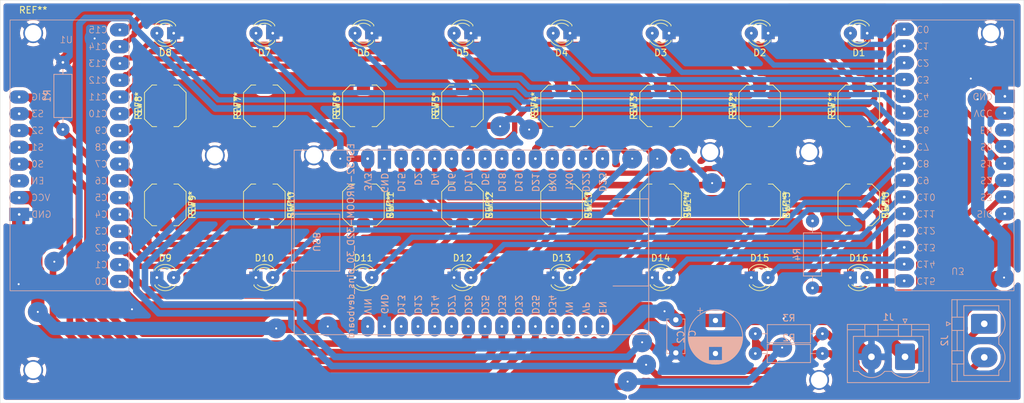
<source format=kicad_pcb>
(kicad_pcb (version 20240108) (generator "pcbnew") (generator_version "8.0")
  (layers (0 "F.Cu" signal) (31 "B.Cu" signal) (36 "B.SilkS" user "B.Silkscreen") (37 "F.SilkS" user "F.Silkscreen") (44 "Edge.Cuts" user))
  (net 0 "")
  (net 1 "GND")
  (net 2 "+3V3")
  (net 3 "Net-(D1-A)")
  (net 4 "Net-(D2-A)")
  (net 5 "Net-(D3-A)")
  (net 6 "Net-(D4-A)")
  (net 7 "Net-(D5-A)")
  (net 8 "Net-(D6-A)")
  (net 9 "Net-(D7-A)")
  (net 10 "Net-(D8-A)")
  (net 11 "Net-(D9-A)")
  (net 12 "Net-(D10-A)")
  (net 13 "Net-(D11-A)")
  (net 14 "Net-(D12-A)")
  (net 15 "Net-(D13-A)")
  (net 16 "Net-(D14-A)")
  (net 17 "Net-(D15-A)")
  (net 18 "Net-(D16-A)")
  (net 19 "Net-(U1-C15)")
  (net 20 "Net-(U1-C14)")
  (net 21 "Net-(U1-C13)")
  (net 22 "Net-(U1-C12)")
  (net 23 "Net-(U1-C11)")
  (net 24 "Net-(U1-C10)")
  (net 25 "Net-(U1-C9)")
  (net 26 "Net-(U1-C8)")
  (net 27 "Net-(U1-C7)")
  (net 28 "Net-(U1-C6)")
  (net 29 "Net-(U1-C5)")
  (net 30 "Net-(U1-C4)")
  (net 31 "Net-(U1-C3)")
  (net 32 "Net-(U1-C2)")
  (net 33 "Net-(U1-C1)")
  (net 34 "Net-(U1-C0)")
  (net 35 "/Controls_SDA")
  (net 36 "/Controls_SCL")
  (net 37 "Net-(U1-SIG)")
  (net 38 "Net-(U2-D15)")
  (net 39 "Net-(U3-SIG)")
  (net 40 "Net-(U1-S2)")
  (net 42 "+5P")
  (net 43 "Net-(U1-S0)")
  (net 44 "Net-(U1-S3)")
  (net 45 "Net-(U1-S1)")
  (net 46 "Net-(U2-TX2)")
  (net 48 "Net-(U2-RX2)")
  (net 49 "Net-(U2-D4)")
  (net 50 "Net-(U2-D2)")
  (footprint "Button_Switch_SMD:SW_Push_1TS009xxxx-xxxx-xxxx_6x6x5mm" (layer "F.Cu") (at 40 31 -90)
    (property "Reference" "SW10")
    (property "Value" "SW_Push")
  )
  (footprint "" (layer "F.Cu") (at 122.5 23)
    (property "Reference" "")
    (property "Value" "")
  )
  (footprint "LED_THT:LED_D3.0mm" (layer "F.Cu") (at 68.725 42)
    (property "Reference" "D12")
    (property "Value" "LED")
  )
  (footprint "Button_Switch_SMD:SW_Push_1TS009xxxx-xxxx-xxxx_6x6x5mm" (layer "F.Cu") (at 70 31 -90)
    (property "Reference" "SW12")
    (property "Value" "SW_Push")
  )
  (footprint "" (layer "F.Cu") (at 5 56)
    (property "Reference" "")
    (property "Value" "")
  )
  (footprint "LED_THT:LED_D3.0mm" (layer "F.Cu") (at 86.275 5 180)
    (property "Reference" "D4")
    (property "Value" "LED")
  )
  (footprint "LED_THT:LED_D3.0mm" (layer "F.Cu") (at 56.275 5 180)
    (property "Reference" "D6")
    (property "Value" "LED")
  )
  (footprint "LED_THT:LED_D3.0mm" (layer "F.Cu") (at 116.275 5 180)
    (property "Reference" "D2")
    (property "Value" "LED")
  )
  (footprint "LED_THT:LED_D3.0mm" (layer "F.Cu") (at 41.275 5 180)
    (property "Reference" "D7")
    (property "Value" "LED")
  )
  (footprint "LED_THT:LED_D3.0mm" (layer "F.Cu") (at 113.725 42)
    (property "Reference" "D15")
    (property "Value" "LED")
  )
  (footprint "Button_Switch_SMD:SW_Push_1TS009xxxx-xxxx-xxxx_6x6x5mm" (layer "F.Cu") (at 115 16 90)
    (property "Reference" "SW2")
    (property "Value" "SW_Push")
  )
  (footprint "LED_THT:LED_D3.0mm" (layer "F.Cu") (at 53.725 42)
    (property "Reference" "D11")
    (property "Value" "LED")
  )
  (footprint "Button_Switch_SMD:SW_Push_1TS009xxxx-xxxx-xxxx_6x6x5mm" (layer "F.Cu") (at 130 16 90)
    (property "Reference" "SW1")
    (property "Value" "SW_Push")
  )
  (footprint "" (layer "F.Cu") (at 124 57.5)
    (property "Reference" "")
    (property "Value" "")
  )
  (footprint "Button_Switch_SMD:SW_Push_1TS009xxxx-xxxx-xxxx_6x6x5mm" (layer "F.Cu") (at 85 31 -90)
    (property "Reference" "SW13")
    (property "Value" "SW_Push")
  )
  (footprint "LED_THT:LED_D3.0mm" (layer "F.Cu") (at 101.275 5 180)
    (property "Reference" "D3")
    (property "Value" "LED")
  )
  (footprint "Button_Switch_SMD:SW_Push_1TS009xxxx-xxxx-xxxx_6x6x5mm" (layer "F.Cu") (at 85 16 90)
    (property "Reference" "SW4")
    (property "Value" "SW_Push")
  )
  (footprint "Button_Switch_SMD:SW_Push_1TS009xxxx-xxxx-xxxx_6x6x5mm" (layer "F.Cu") (at 55 16 90)
    (property "Reference" "SW6")
    (property "Value" "SW_Push")
  )
  (footprint "LED_THT:LED_D3.0mm" (layer "F.Cu") (at 83.725 42)
    (property "Reference" "D13")
    (property "Value" "LED")
  )
  (footprint "Button_Switch_SMD:SW_Push_1TS009xxxx-xxxx-xxxx_6x6x5mm" (layer "F.Cu") (at 70 16 90)
    (property "Reference" "SW5")
    (property "Value" "SW_Push")
  )
  (footprint "Button_Switch_SMD:SW_Push_1TS009xxxx-xxxx-xxxx_6x6x5mm" (layer "F.Cu") (at 100 16 90)
    (property "Reference" "SW3")
    (property "Value" "SW_Push")
  )
  (footprint "LED_THT:LED_D3.0mm" (layer "F.Cu") (at 38.725 42)
    (property "Reference" "D10")
    (property "Value" "LED")
  )
  (footprint "MountingHole:MountingHole_2.5mm_Pad" (layer "F.Cu") (at 5 5)
    (property "Reference" "REF**")
    (property "Value" "MountingHole_2.5mm_Pad" (hide yes))
  )
  (footprint "LED_THT:LED_D3.0mm" (layer "F.Cu") (at 23.725 42)
    (property "Reference" "D9")
    (property "Value" "LED")
  )
  (footprint "Button_Switch_SMD:SW_Push_1TS009xxxx-xxxx-xxxx_6x6x5mm" (layer "F.Cu") (at 25 16 90)
    (property "Reference" "SW8")
    (property "Value" "SW_Push")
  )
  (footprint "" (layer "F.Cu") (at 107.5 23)
    (property "Reference" "")
    (property "Value" "")
  )
  (footprint "" (layer "F.Cu") (at 32.5 23.5)
    (property "Reference" "")
    (property "Value" "")
  )
  (footprint "Button_Switch_SMD:SW_Push_1TS009xxxx-xxxx-xxxx_6x6x5mm" (layer "F.Cu") (at 130 31 -90)
    (property "Reference" "SW16")
    (property "Value" "SW_Push")
  )
  (footprint "" (layer "F.Cu") (at 150 5)
    (property "Reference" "")
    (property "Value" "")
  )
  (footprint "Button_Switch_SMD:SW_Push_1TS009xxxx-xxxx-xxxx_6x6x5mm" (layer "F.Cu") (at 40 16 90)
    (property "Reference" "SW7")
    (property "Value" "SW_Push")
  )
  (footprint "LED_THT:LED_D3.0mm" (layer "F.Cu") (at 131.275 5 180)
    (property "Reference" "D1")
    (property "Value" "LED")
  )
  (footprint "" (layer "F.Cu") (at 47.5 23.5)
    (property "Reference" "")
    (property "Value" "")
  )
  (footprint "Button_Switch_SMD:SW_Push_1TS009xxxx-xxxx-xxxx_6x6x5mm" (layer "F.Cu") (at 115 31 -90)
    (property "Reference" "SW15")
    (property "Value" "SW_Push")
  )
  (footprint "LED_THT:LED_D3.0mm" (layer "F.Cu") (at 71.275 5 180)
    (property "Reference" "D5")
    (property "Value" "LED")
  )
  (footprint "Button_Switch_SMD:SW_Push_1TS009xxxx-xxxx-xxxx_6x6x5mm" (layer "F.Cu") (at 55 31 -90)
    (property "Reference" "SW11")
    (property "Value" "SW_Push")
  )
  (footprint "LED_THT:LED_D3.0mm" (layer "F.Cu") (at 98.725 42)
    (property "Reference" "D14")
    (property "Value" "LED")
  )
  (footprint "Button_Switch_SMD:SW_Push_1TS009xxxx-xxxx-xxxx_6x6x5mm" (layer "F.Cu") (at 25 31 -90)
    (property "Reference" "SW9")
    (property "Value" "SW_Push")
  )
  (footprint "LED_THT:LED_D3.0mm" (layer "F.Cu") (at 26.275 5 180)
    (property "Reference" "D8")
    (property "Value" "LED")
  )
  (footprint "LED_THT:LED_D3.0mm" (layer "F.Cu") (at 128.725 42)
    (property "Reference" "D16")
    (property "Value" "LED")
  )
  (footprint "Button_Switch_SMD:SW_Push_1TS009xxxx-xxxx-xxxx_6x6x5mm" (layer "F.Cu") (at 100 31 -90)
    (property "Reference" "SW14")
    (property "Value" "SW_Push")
  )
  (footprint "Connector_Phoenix_MSTB:PhoenixContact_MSTBVA_2,5_2-G-5,08_1x02_P5.08mm_Vertical" (layer "B.Cu") (at 149 49 -90)
    (property "Reference" "J2")
    (property "Value" "Conn_01x02_I2C")
  )
  (footprint "sequencer:R_Axial_DIN0207_L6.3mm_D2.5mm_P10.16mm_Horizontal_BIG_PADS" (layer "B.Cu") (at 124.5 53.5 180)
    (property "Reference" "R2")
    (property "Value" "2KR")
  )
  (footprint "sequencer:R_Axial_DIN0207_L6.3mm_D2.5mm_P10.16mm_Horizontal_BIG_PADS" (layer "B.Cu") (at 124.5 50.5 180)
    (property "Reference" "R3")
    (property "Value" "2KR")
  )
  (footprint "Capacitor_THT:C_Disc_D5.0mm_W2.5mm_P5.00mm" (layer "B.Cu") (at 102.3 53.4 90)
    (property "Reference" "C1")
    (property "Value" "C_0.1uF_HF_filter_104")
  )
  (footprint "Capacitor_THT:CP_Radial_D8.0mm_P5.00mm" (layer "B.Cu") (at 108.3 48.497349 -90)
    (property "Reference" "C2")
    (property "Value" "C_10uF_bulk_decoupling")
  )
  (footprint "sequencer:ESP32-WROOM-32D_30_pins_devboard" (layer "B.Cu") (at 91.2 49.4 90)
    (property "Reference" "U2" (hide yes))
    (property "Value" "ESP32-WROOM-32D_30_pins_devboard")
  )
  (footprint "Connector_Phoenix_MSTB:PhoenixContact_MSTBVA_2,5_2-G-5,08_1x02_P5.08mm_Vertical" (layer "B.Cu") (at 137 54 180)
    (property "Reference" "J1")
    (property "Value" "Conn_01x02_Power_Supply")
  )
  (footprint "sequencer:HP4067_16_ch_analog_mutiplexer_devboard" (layer "B.Cu") (at 136.88 42.5)
    (property "Reference" "U3")
    (property "Value" "HP4067_track_select_leds")
  )
  (footprint "sequencer:HP4067_16_ch_analog_mutiplexer_devboard" (layer "B.Cu") (at 18.12 4.5 180)
    (property "Reference" "U1")
    (property "Value" "HP4067_track_select_buttons")
  )
  (footprint "sequencer:R_Axial_DIN0207_L6.3mm_D2.5mm_P10.16mm_Horizontal_BIG_PADS" (layer "B.Cu") (at 123 33.42 -90)
    (property "Reference" "R4")
    (property "Value" "620R")
  )
  (footprint "sequencer:R_Axial_DIN0207_L6.3mm_D2.5mm_P10.16mm_Horizontal_BIG_PADS" (layer "B.Cu") (at 9.5 9.42 -90)
    (property "Reference" "R1")
    (property "Value" "20KR")
  )
  (gr_rect (start 0 0) (end 155 61) (stroke (width 0.05)) (fill none) (layer "Edge.Cuts"))
  (segment (start 58.18 48.187309) (end 58.18 49.4) (width 2) (layer "F.Cu") (net 1))
  (segment (start 113.267291 48.200017) (end 108.3 53.167308) (width 2) (layer "F.Cu") (net 1))
  (segment (start 2.8 32.52) (end 2.88 32.44) (width 2) (layer "F.Cu") (net 1))
  (segment (start 131.42 54) (end 131.92 54) (width 2) (layer "F.Cu") (net 1))
  (segment (start 108.202651 53.4) (end 108.3 53.497349) (width 2) (layer "F.Cu") (net 1))
  (segment (start 2.8 43) (end 2.8 32.52) (width 2) (layer "F.Cu") (net 1))
  (segment (start 20.160275 46.6) (end 19.960275 46.8) (width 2) (layer "F.Cu") (net 1))
  (segment (start 102.3 52.766922) (end 96.133078 46.6) (width 2) (layer "F.Cu") (net 1))
  (segment (start 96.133078 46.6) (end 59.767309 46.6) (width 2) (layer "F.Cu") (net 1))
  (segment (start 118.618934 48.199999) (end 118.618916 48.200017) (width 2) (layer "F.Cu") (net 1))
  (segment (start 102.3 53.4) (end 108.202651 53.4) (width 2) (layer "F.Cu") (net 1))
  (segment (start 13.12 5.8) (end 9.5 9.42) (width 2) (layer "F.Cu") (net 1))
  (segment (start 102.3 53.4) (end 102.3 52.766922) (width 2) (layer "F.Cu") (net 1))
  (segment (start 118.618952 48.200017) (end 125.620017 48.200017) (width 2) (layer "F.Cu") (net 1))
  (segment (start 56.592691 46.6) (end 20.160275 46.6) (width 2) (layer "F.Cu") (net 1))
  (segment (start 149.429343 11.869343) (end 146.956448 11.869343) (width 2) (layer "F.Cu") (net 1))
  (segment (start 118.618934 48.199999) (end 118.618952 48.200017) (width 2) (layer "F.Cu") (net 1))
  (segment (start 108.3 53.167308) (end 108.3 53.497349) (width 2) (layer "F.Cu") (net 1))
  (segment (start 118.618916 48.200017) (end 113.267291 48.200017) (width 2) (layer "F.Cu") (net 1))
  (segment (start 152.12 14.56) (end 149.429343 11.869343) (width 2) (layer "F.Cu") (net 1))
  (segment (start 14.3 5.8) (end 13.12 5.8) (width 2) (layer "F.Cu") (net 1))
  (segment (start 125.620017 48.200017) (end 131.42 54) (width 2) (layer "F.Cu") (net 1))
  (segment (start 59.767309 46.6) (end 58.18 48.187309) (width 2) (layer "F.Cu") (net 1))
  (segment (start 58.18 48.187309) (end 56.592691 46.6) (width 2) (layer "F.Cu") (net 1))
  (via (at 146.956448 11.869343) (size 3) (drill 0.3) (layers "F.Cu" "B.Cu") (net 1))
  (via (at 118.618934 48.199999) (size 3) (drill 0.3) (layers "F.Cu" "B.Cu") (net 1))
  (via (at 14.3 5.8) (size 3) (drill 0.3) (layers "F.Cu" "B.Cu") (net 1))
  (via (at 19.960275 46.8) (size 3) (drill 0.3) (layers "F.Cu" "B.Cu") (net 1))
  (via (at 2.8 43) (size 3) (drill 0.3) (layers "F.Cu" "B.Cu") (net 1))
  (segment (start 118 44.3) (end 119.3 44.3) (width 2) (layer "B.Cu") (net 1))
  (segment (start 119.3 44.3) (end 120.88 45.88) (width 2) (layer "B.Cu") (net 1))
  (segment (start 54.687692 2.7) (end 56.275 4.287308) (width 2) (layer "B.Cu") (net 1))
  (segment (start 12.2 44.2) (end 14.8 46.8) (width 2) (layer "B.Cu") (net 1))
  (segment (start 86.275 4.287308) (end 86.275 5) (width 2) (layer "B.Cu") (net 1))
  (segment (start 14.5 40.7) (end 14.5 6) (width 2) (layer "B.Cu") (net 1))
  (segment (start 120.88 45.88) (end 124.845 45.88) (width 2) (layer "B.Cu") (net 1))
  (segment (start 111.425 44.3) (end 113.725 42) (width 2) (layer "B.Cu") (net 1))
  (segment (start 83.725 42.712692) (end 85.312308 44.3) (width 2) (layer "B.Cu") (net 1))
  (segment (start 103.575 2.7) (end 115.7 2.7) (width 2) (layer "B.Cu") (net 1))
  (segment (start 38.725 42.712692) (end 40.312308 44.3) (width 2) (layer "B.Cu") (net 1))
  (segment (start 56.275 5) (end 58.575 2.7) (width 2) (layer "B.Cu") (net 1))
  (segment (start 55.312308 44.3) (end 66.425 44.3) (width 2) (layer "B.Cu") (net 1))
  (segment (start 142.341102 45.88) (end 124.845 45.88) (width 2) (layer "B.Cu") (net 1))
  (segment (start 98.725 42) (end 98.725 42.712692) (width 2) (layer "B.Cu") (net 1))
  (segment (start 40.7 2.7) (end 41.275 3.275) (width 2) (layer "B.Cu") (net 1))
  (segment (start 14.5 6) (end 14.3 5.8) (width 2) (layer "B.Cu") (net 1))
  (segment (start 41.275 5) (end 43.575 2.7) (width 2) (layer "B.Cu") (net 1))
  (segment (start 101.275 5) (end 103.575 2.7) (width 2) (layer "B.Cu") (net 1))
  (segment (start 3.8 44) (end 11.2 44) (width 2) (layer "B.Cu") (net 1))
  (segment (start 11.2 44) (end 12.2 43) (width 2) (layer "B.Cu") (net 1))
  (segment (start 56.275 4.287308) (end 56.275 5) (width 2) (layer "B.Cu") (net 1))
  (segment (start 13.999998 5.8) (end 14.3 5.8) (width 2) (layer "B.Cu") (net 1))
  (segment (start 145.2 43.021102) (end 142.341102 45.88) (width 2) (layer "B.Cu") (net 1))
  (segment (start 40.312308 44.3) (end 51.425 44.3) (width 2) (layer "B.Cu") (net 1))
  (segment (start 14.8 46.8) (end 19.960275 46.8) (width 2) (layer "B.Cu") (net 1))
  (segment (start 130.7 2.7) (end 131.275 3.275) (width 2) (layer "B.Cu") (net 1))
  (segment (start 118.618934 48.199999) (end 118 47.581065) (width 2) (layer "B.Cu") (net 1))
  (segment (start 53.725 42.712692) (end 55.312308 44.3) (width 2) (layer "B.Cu") (net 1))
  (segment (start 58.575 2.7) (end 69.7 2.7) (width 2) (layer "B.Cu") (net 1))
  (segment (start 41.275 3.275) (end 41.275 5) (width 2) (layer "B.Cu") (net 1))
  (segment (start 53.725 42) (end 53.725 42.712692) (width 2) (layer "B.Cu") (net 1))
  (segment (start 145.2 13.625791) (end 145.2 43.021102) (width 2) (layer "B.Cu") (net 1))
  (segment (start 118 47.581065) (end 118 44.3) (width 2) (layer "B.Cu") (net 1))
  (segment (start 36.425 44.3) (end 38.725 42) (width 2) (layer "B.Cu") (net 1))
  (segment (start 115.7 2.7) (end 116.275 3.275) (width 2) (layer "B.Cu") (net 1))
  (segment (start 84.687692 2.7) (end 86.275 4.287308) (width 2) (layer "B.Cu") (net 1))
  (segment (start 68.725 42.712692) (end 70.312308 44.3) (width 2) (layer "B.Cu") (net 1))
  (segment (start 71.275 5) (end 73.575 2.7) (width 2) (layer "B.Cu") (net 1))
  (segment (start 73.575 2.7) (end 84.687692 2.7) (width 2) (layer "B.Cu") (net 1))
  (segment (start 86.275 5) (end 88.575 2.7) (width 2) (layer "B.Cu") (net 1))
  (segment (start 28.575 2.7) (end 40.7 2.7) (width 2) (layer "B.Cu") (net 1))
  (segment (start 68.725 42) (end 68.725 42.712692) (width 2) (layer "B.Cu") (net 1))
  (segment (start 71.275 4.275) (end 71.275 5) (width 2) (layer "B.Cu") (net 1))
  (segment (start 70.312308 44.3) (end 81.425 44.3) (width 2) (layer "B.Cu") (net 1))
  (segment (start 26.275 5) (end 28.575 2.7) (width 2) (layer "B.Cu") (net 1))
  (segment (start 101.275 4.275) (end 101.275 5) (width 2) (layer "B.Cu") (net 1))
  (segment (start 51.425 44.3) (end 53.725 42) (width 2) (layer "B.Cu") (net 1))
  (segment (start 12.2 43) (end 14.5 40.7) (width 2) (layer "B.Cu") (net 1))
  (segment (start 69.7 2.7) (end 71.275 4.275) (width 2) (layer "B.Cu") (net 1))
  (segment (start 23.725 42.712692) (end 25.312308 44.3) (width 2) (layer "B.Cu") (net 1))
  (segment (start 145.2 13.625791) (end 145.2 8.967309) (width 2) (layer "B.Cu") (net 1))
  (segment (start 66.425 44.3) (end 68.725 42) (width 2) (layer "B.Cu") (net 1))
  (segment (start 25.312308 44.3) (end 36.425 44.3) (width 2) (layer "B.Cu") (net 1))
  (segment (start 88.575 2.7) (end 99.7 2.7) (width 2) (layer "B.Cu") (net 1))
  (segment (start 118.575 2.7) (end 130.7 2.7) (width 2) (layer "B.Cu") (net 1))
  (segment (start 146.956448 11.869343) (end 145.2 13.625791) (width 2) (layer "B.Cu") (net 1))
  (segment (start 113.725 42.712692) (end 115.312308 44.3) (width 2) (layer "B.Cu") (net 1))
  (segment (start 131.275 3.275) (end 131.275 5) (width 2) (layer "B.Cu") (net 1))
  (segment (start 23.725 42) (end 23.725 42.712692) (width 2) (layer "B.Cu") (net 1))
  (segment (start 99.7 2.7) (end 101.275 4.275) (width 2) (layer "B.Cu") (net 1))
  (segment (start 13.799998 5.6) (end 13.999998 5.8) (width 2) (layer "B.Cu") (net 1))
  (segment (start 138.332691 2.1) (end 134.175 2.1) (width 2) (layer "B.Cu") (net 1))
  (segment (start 43.575 2.7) (end 54.687692 2.7) (width 2) (layer "B.Cu") (net 1))
  (segment (start 145.2 8.967309) (end 138.332691 2.1) (width 2) (layer "B.Cu") (net 1))
  (segment (start 12.2 43) (end 12.2 44.2) (width 2) (layer "B.Cu") (net 1))
  (segment (start 83.725 42) (end 83.725 42.712692) (width 2) (layer "B.Cu") (net 1))
  (segment (start 134.175 2.1) (end 131.275 5) (width 2) (layer "B.Cu") (net 1))
  (segment (start 98.725 42.712692) (end 100.312308 44.3) (width 2) (layer "B.Cu") (net 1))
  (segment (start 124.845 45.88) (end 128.725 42) (width 2) (layer "B.Cu") (net 1))
  (segment (start 115.312308 44.3) (end 118 44.3) (width 2) (layer "B.Cu") (net 1))
  (segment (start 85.312308 44.3) (end 96.425 44.3) (width 2) (layer "B.Cu") (net 1))
  (segment (start 2.8 43) (end 3.8 44) (width 2) (layer "B.Cu") (net 1))
  (segment (start 38.725 42) (end 38.725 42.712692) (width 2) (layer "B.Cu") (net 1))
  (segment (start 116.275 5) (end 118.575 2.7) (width 2) (layer "B.Cu") (net 1))
  (segment (start 96.425 44.3) (end 98.725 42) (width 2) (layer "B.Cu") (net 1))
  (segment (start 100.312308 44.3) (end 111.425 44.3) (width 2) (layer "B.Cu") (net 1))
  (segment (start 116.275 3.275) (end 116.275 5) (width 2) (layer "B.Cu") (net 1))
  (segment (start 81.425 44.3) (end 83.725 42) (width 2) (layer "B.Cu") (net 1))
  (segment (start 113.725 42) (end 113.725 42.712692) (width 2) (layer "B.Cu") (net 1))
  (segment (start 75.6 19) (end 75.7 19.1) (width 1) (layer "F.Cu") (net 2))
  (segment (start 115 28) (end 108.1 28) (width 1) (layer "F.Cu") (net 2))
  (segment (start 118.4 52.6) (end 115.32 52.6) (width 1) (layer "F.Cu") (net 2))
  (segment (start 55.64 27.36) (end 55 28) (width 1) (layer "F.Cu") (net 2))
  (segment (start 114.34 50.5) (end 114.34 53.5) (width 1) (layer "F.Cu") (net 2))
  (segment (start 25 19) (end 40 19) (width 1) (layer "F.Cu") (net 2))
  (segment (start 100 19) (end 100 21) (width 1) (layer "F.Cu") (net 2))
  (segment (start 8 39.8) (end 8 48.195082) (width 1) (layer "F.Cu") (net 2))
  (segment (start 108.1 28) (end 107.8 27.7) (width 1) (layer "F.Cu") (net 2))
  (segment (start 40 28) (end 25 28) (width 1) (layer "F.Cu") (net 2))
  (segment (start 85 19) (end 80.689833 19) (width 1) (layer "F.Cu") (net 2))
  (segment (start 100 21) (end 103 24) (width 1) (layer "F.Cu") (net 2))
  (segment (start 55 28) (end 40 28) (width 1) (layer "F.Cu") (net 2))
  (segment (start 55.64 24) (end 55.64 27.36) (width 1) (layer "F.Cu") (net 2))
  (segment (start 70 28) (end 107.5 28) (width 1) (layer "F.Cu") (net 2))
  (segment (start 115.32 52.6) (end 114.34 51.62) (width 1) (layer "F.Cu") (net 2))
  (segment (start 51.5 24) (end 55.64 24) (width 1) (layer "F.Cu") (net 2))
  (segment (start 40 19) (end 55 19) (width 1) (layer "F.Cu") (net 2))
  (segment (start 8 48.195082) (end 18.304918 58.5) (width 1) (layer "F.Cu") (net 2))
  (segment (start 18.304918 58.5) (end 94.25 58.5) (width 1) (layer "F.Cu") (net 2))
  (segment (start 55 19) (end 70 19) (width 1) (layer "F.Cu") (net 2))
  (segment (start 85 19) (end 130 19) (width 1) (layer "F.Cu") (net 2))
  (segment (start 115.24 52.6) (end 115.32 52.6) (width 1) (layer "F.Cu") (net 2))
  (segment (start 8.2 39.6) (end 8 39.8) (width 1) (layer "F.Cu") (net 2))
  (segment (start 70 19) (end 75.6 19) (width 1) (layer "F.Cu") (net 2))
  (segment (start 94.25 58.5) (end 95 57.75) (width 1) (layer "F.Cu") (net 2))
  (segment (start 114.34 53.5) (end 115.24 52.6) (width 1) (layer "F.Cu") (net 2))
  (segment (start 25 28) (end 25 19) (width 1) (layer "F.Cu") (net 2))
  (segment (start 107.5 28) (end 107.8 27.7) (width 1) (layer "F.Cu") (net 2))
  (segment (start 114.34 51.62) (end 114.34 50.5) (width 1) (layer "F.Cu") (net 2))
  (segment (start 80.689833 19) (end 80.1 19.589833) (width 1) (layer "F.Cu") (net 2))
  (segment (start 115 28) (end 130 28) (width 1) (layer "F.Cu") (net 2))
  (via (at 103 24) (size 3) (drill 0.3) (layers "F.Cu" "B.Cu") (net 2))
  (via (at 75.7 19.1) (size 3) (drill 0.3) (layers "F.Cu" "B.Cu") (net 2))
  (via (at 107.8 27.7) (size 3) (drill 0.3) (layers "F.Cu" "B.Cu") (net 2))
  (via (at 80.1 19.589833) (size 3) (drill 0.3) (layers "F.Cu" "B.Cu") (net 2))
  (via (at 8.2 39.6) (size 3) (drill 0.3) (layers "F.Cu" "B.Cu") (net 2))
  (via (at 51.5 24) (size 3) (drill 0.3) (layers "F.Cu" "B.Cu") (net 2))
  (via (at 95 57.75) (size 3) (drill 0.3) (layers "F.Cu" "B.Cu") (net 2))
  (via (at 118.4 52.6) (size 3) (drill 0.3) (layers "F.Cu" "B.Cu") (net 2))
  (segment (start 12.9 2.7) (end 12 3.6) (width 1) (layer "B.Cu") (net 2))
  (segment (start 12 3.6) (end 12 35.8) (width 1) (layer "B.Cu") (net 2))
  (segment (start 46.9 16.4) (end 32.589415 16.4) (width 1) (layer "B.Cu") (net 2))
  (segment (start 32.589415 16.4) (end 20.42 4.230585) (width 1) (layer "B.Cu") (net 2))
  (segment (start 20.42 3.62) (end 19.5 2.7) (width 1) (layer "B.Cu") (net 2))
  (segment (start 95 57.75) (end 113.25 57.75) (width 1) (layer "B.Cu") (net 2))
  (segment (start 12 35.8) (end 8.2 39.6) (width 1) (layer "B.Cu") (net 2))
  (segment (start 51.5 21) (end 46.9 16.4) (width 1) (layer "B.Cu") (net 2))
  (segment (start 20.42 4.230585) (end 20.42 3.62) (width 1) (layer "B.Cu") (net 2))
  (segment (start 107.7 27.7) (end 107.8 27.7) (width 1) (layer "B.Cu") (net 2))
  (segment (start 103 24) (end 104 24) (width 1) (layer "B.Cu") (net 2))
  (segment (start 104 24) (end 107.7 27.7) (width 1) (layer "B.Cu") (net 2))
  (segment (start 19.5 2.7) (end 12.9 2.7) (width 1) (layer "B.Cu") (net 2))
  (segment (start 113.25 57.75) (end 118.4 52.6) (width 1) (layer "B.Cu") (net 2))
  (segment (start 75.7 19.1) (end 76.8 18) (width 1) (layer "B.Cu") (net 2))
  (segment (start 78.510167 18) (end 80.1 19.589833) (width 1) (layer "B.Cu") (net 2))
  (segment (start 51.5 24) (end 51.5 21) (width 1) (layer "B.Cu") (net 2))
  (segment (start 76.8 18) (end 78.510167 18) (width 1) (layer "B.Cu") (net 2))
  (segment (start 136.38 4.4) (end 134.08 6.7) (width 0.8) (layer "B.Cu") (net 3))
  (segment (start 129.020787 6.7) (end 128.735 6.414213) (width 0.8) (layer "B.Cu") (net 3))
  (segment (start 136.88 4.4) (end 136.38 4.4) (width 0.8) (layer "B.Cu") (net 3))
  (segment (start 134.08 6.7) (end 129.020787 6.7) (width 0.8) (layer "B.Cu") (net 3))
  (segment (start 128.735 6.414213) (end 128.735 5) (width 0.8) (layer "B.Cu") (net 3))
  (segment (start 136.88 6.94) (end 136.515837 6.94) (width 0.8) (layer "B.Cu") (net 4))
  (segment (start 134.18 9.82) (end 117.140787 9.82) (width 0.8) (layer "B.Cu") (net 4))
  (segment (start 134.68 9.32) (end 134.18 9.82) (width 0.8) (layer "B.Cu") (net 4))
  (segment (start 113.735 6.414213) (end 113.735 5) (width 0.8) (layer "B.Cu") (net 4))
  (segment (start 117.140787 9.82) (end 113.735 6.414213) (width 0.8) (layer "B.Cu") (net 4))
  (segment (start 136.515837 6.94) (end 134.68 8.775837) (width 0.8) (layer "B.Cu") (net 4))
  (segment (start 134.68 8.775837) (end 134.68 9.32) (width 0.8) (layer "B.Cu") (net 4))
  (segment (start 136.88 9.48) (end 136.515837 9.48) (width 0.8) (layer "B.Cu") (net 5))
  (segment (start 136.515837 9.48) (end 135.075837 10.92) (width 0.8) (layer "B.Cu") (net 5))
  (segment (start 98.735 6.414213) (end 98.735 5) (width 0.8) (layer "B.Cu") (net 5))
  (segment (start 103.240787 10.92) (end 98.735 6.414213) (width 0.8) (layer "B.Cu") (net 5))
  (segment (start 135.075837 10.92) (end 103.240787 10.92) (width 0.8) (layer "B.Cu") (net 5))
  (segment (start 83.735 6.414213) (end 83.735 5) (width 0.8) (layer "B.Cu") (net 6))
  (segment (start 136.88 12.02) (end 89.340787 12.02) (width 0.8) (layer "B.Cu") (net 6))
  (segment (start 89.340787 12.02) (end 83.735 6.414213) (width 0.8) (layer "B.Cu") (net 6))
  (segment (start 78.74254 11.8) (end 74.120787 11.8) (width 0.8) (layer "B.Cu") (net 7))
  (segment (start 136.88 14.56) (end 136.04 13.72) (width 0.8) (layer "B.Cu") (net 7))
  (segment (start 80.14254 13.2) (end 78.74254 11.8) (width 0.8) (layer "B.Cu") (net 7))
  (segment (start 68.735 6.414213) (end 68.735 5) (width 0.8) (layer "B.Cu") (net 7))
  (segment (start 135.155837 13.2) (end 80.14254 13.2) (width 0.8) (layer "B.Cu") (net 7))
  (segment (start 136.04 13.72) (end 135.675837 13.72) (width 0.8) (layer "B.Cu") (net 7))
  (segment (start 74.120787 11.8) (end 68.735 6.414213) (width 0.8) (layer "B.Cu") (net 7))
  (segment (start 135.675837 13.72) (end 135.155837 13.2) (width 0.8) (layer "B.Cu") (net 7))
  (segment (start 53.735 6.414213) (end 53.735 5) (width 0.8) (layer "B.Cu") (net 8))
  (segment (start 60.220787 12.9) (end 53.735 6.414213) (width 0.8) (layer "B.Cu") (net 8))
  (segment (start 136.04 16.26) (end 135.675837 16.26) (width 0.8) (layer "B.Cu") (net 8))
  (segment (start 133.715837 14.3) (end 79.686905 14.3) (width 0.8) (layer "B.Cu") (net 8))
  (segment (start 79.686905 14.3) (end 78.286905 12.9) (width 0.8) (layer "B.Cu") (net 8))
  (segment (start 78.286905 12.9) (end 60.220787 12.9) (width 0.8) (layer "B.Cu") (net 8))
  (segment (start 136.88 17.1) (end 136.04 16.26) (width 0.8) (layer "B.Cu") (net 8))
  (segment (start 135.675837 16.26) (end 133.715837 14.3) (width 0.8) (layer "B.Cu") (net 8))
  (segment (start 79.23127 15.4) (end 77.83127 14) (width 0.8) (layer "B.Cu") (net 9))
  (segment (start 136.04 18.8) (end 135.675837 18.8) (width 0.8) (layer "B.Cu") (net 9))
  (segment (start 46.320787 14) (end 38.735 6.414213) (width 0.8) (layer "B.Cu") (net 9))
  (segment (start 132.275837 15.4) (end 79.23127 15.4) (width 0.8) (layer "B.Cu") (net 9))
  (segment (start 135.675837 18.8) (end 132.275837 15.4) (width 0.8) (layer "B.Cu") (net 9))
  (segment (start 77.83127 14) (end 46.320787 14) (width 0.8) (layer "B.Cu") (net 9))
  (segment (start 38.735 6.414213) (end 38.735 5) (width 0.8) (layer "B.Cu") (net 9))
  (segment (start 136.88 19.64) (end 136.04 18.8) (width 0.8) (layer "B.Cu") (net 9))
  (segment (start 136.04 21.34) (end 135.675837 21.34) (width 0.8) (layer "B.Cu") (net 10))
  (segment (start 23.735 5.848528) (end 23.735 5) (width 0.8) (layer "B.Cu") (net 10))
  (segment (start 136.88 22.18) (end 136.04 21.34) (width 0.8) (layer "B.Cu") (net 10))
  (segment (start 77.375636 15.1) (end 32.986472 15.1) (width 0.8) (layer "B.Cu") (net 10))
  (segment (start 135.675837 21.34) (end 130.835837 16.5) (width 0.8) (layer "B.Cu") (net 10))
  (segment (start 78.775636 16.5) (end 77.375636 15.1) (width 0.8) (layer "B.Cu") (net 10))
  (segment (start 130.835837 16.5) (end 78.775636 16.5) (width 0.8) (layer "B.Cu") (net 10))
  (segment (start 32.986472 15.1) (end 23.735 5.848528) (width 0.8) (layer "B.Cu") (net 10))
  (segment (start 118.760202 33.7) (end 34.565 33.7) (width 0.8) (layer "B.Cu") (net 11))
  (segment (start 135.675837 25.56) (end 130.215736 31.020101) (width 0.8) (layer "B.Cu") (net 11))
  (segment (start 130.215736 31.020101) (end 129.815635 30.62) (width 0.8) (layer "B.Cu") (net 11))
  (segment (start 129.815635 30.62) (end 121.840202 30.62) (width 0.8) (layer "B.Cu") (net 11))
  (segment (start 136.04 25.56) (end 135.675837 25.56) (width 0.8) (layer "B.Cu") (net 11))
  (segment (start 121.840202 30.62) (end 118.760202 33.7) (width 0.8) (layer "B.Cu") (net 11))
  (segment (start 34.565 33.7) (end 26.265 42) (width 0.8) (layer "B.Cu") (net 11))
  (segment (start 136.88 24.72) (end 136.04 25.56) (width 0.8) (layer "B.Cu") (net 11))
  (segment (start 129.36 31.72) (end 122.295836 31.72) (width 0.8) (layer "B.Cu") (net 12))
  (segment (start 136.88 27.26) (end 136.38 27.26) (width 0.8) (layer "B.Cu") (net 12))
  (segment (start 130.64 33) (end 129.36 31.72) (width 0.8) (layer "B.Cu") (net 12))
  (segment (start 136.38 27.26) (end 130.64 33) (width 0.8) (layer "B.Cu") (net 12))
  (segment (start 119.215836 34.8) (end 48.465 34.8) (width 0.8) (layer "B.Cu") (net 12))
  (segment (start 48.465 34.8) (end 41.265 42) (width 0.8) (layer "B.Cu") (net 12))
  (segment (start 122.295836 31.72) (end 119.215836 34.8) (width 0.8) (layer "B.Cu") (net 12))
  (segment (start 136.38 29.8) (end 130.28 35.9) (width 0.8) (layer "B.Cu") (net 13))
  (segment (start 130.28 35.9) (end 62.365 35.9) (width 0.8) (layer "B.Cu") (net 13))
  (segment (start 62.365 35.9) (end 56.265 42) (width 0.8) (layer "B.Cu") (net 13))
  (segment (start 136.88 29.8) (end 136.38 29.8) (width 0.8) (layer "B.Cu") (net 13))
  (segment (start 136.88 32.34) (end 135.66 32.34) (width 0.8) (layer "B.Cu") (net 14))
  (segment (start 131 37) (end 76.265 37) (width 0.8) (layer "B.Cu") (net 14))
  (segment (start 135.66 32.34) (end 131 37) (width 0.8) (layer "B.Cu") (net 14))
  (segment (start 76.265 37) (end 71.265 42) (width 0.8) (layer "B.Cu") (net 14))
  (segment (start 90.165 38.1) (end 86.265 42) (width 0.8) (layer "B.Cu") (net 15))
  (segment (start 136.88 34.88) (end 136.38 34.88) (width 0.8) (layer "B.Cu") (net 15))
  (segment (start 133.16 38.1) (end 90.165 38.1) (width 0.8) (layer "B.Cu") (net 15))
  (segment (start 136.38 34.88) (end 133.16 38.1) (width 0.8) (layer "B.Cu") (net 15))
  (segment (start 136.88 37.42) (end 136.28 37.42) (width 0.8) (layer "B.Cu") (net 16))
  (segment (start 136.28 37.655837) (end 134.735837 39.2) (width 0.8) (layer "B.Cu") (net 16))
  (segment (start 136.28 37.42) (end 136.28 37.655837) (width 0.8) (layer "B.Cu") (net 16))
  (segment (start 104.065 39.2) (end 101.265 42) (width 0.8) (layer "B.Cu") (net 16))
  (segment (start 134.735837 39.2) (end 104.065 39.2) (width 0.8) (layer "B.Cu") (net 16))
  (segment (start 136.54 40.3) (end 117.965 40.3) (width 0.8) (layer "B.Cu") (net 17))
  (segment (start 117.965 40.3) (end 116.265 42) (width 0.8) (layer "B.Cu") (net 17))
  (segment (start 136.88 39.96) (end 136.54 40.3) (width 0.8) (layer "B.Cu") (net 17))
  (segment (start 131.765 42.5) (end 131.265 42) (width 0.8) (layer "B.Cu") (net 18))
  (segment (start 136.88 42.5) (end 131.765 42.5) (width 0.8) (layer "B.Cu") (net 18))
  (segment (start 21.4156 2.1844) (end 119.1844 2.1844) (width 0.8) (layer "F.Cu") (net 19))
  (segment (start 19.1 4.5) (end 21.4156 2.1844) (width 0.8) (layer "F.Cu") (net 19))
  (segment (start 18.12 4.5) (end 19.1 4.5) (width 0.8) (layer "F.Cu") (net 19))
  (segment (start 119.1844 2.1844) (end 130 13) (width 0.8) (layer "F.Cu") (net 19))
  (segment (start 19.324163 6.2) (end 20.32 5.204163) (width 0.8) (layer "F.Cu") (net 20))
  (segment (start 18.96 6.2) (end 19.324163 6.2) (width 0.8) (layer "F.Cu") (net 20))
  (segment (start 20.32 4.84) (end 21.86 3.3) (width 0.8) (layer "F.Cu") (net 20))
  (segment (start 105.3 3.3) (end 115 13) (width 0.8) (layer "F.Cu") (net 20))
  (segment (start 18.12 7.04) (end 18.96 6.2) (width 0.8) (layer "F.Cu") (net 20))
  (segment (start 20.32 5.204163) (end 20.32 4.84) (width 0.8) (layer "F.Cu") (net 20))
  (segment (start 21.86 3.3) (end 105.3 3.3) (width 0.8) (layer "F.Cu") (net 20))
  (segment (start 18.12 9.58) (end 18.96 8.74) (width 0.8) (layer "F.Cu") (net 21))
  (segment (start 18.96 8.74) (end 20.26 8.74) (width 0.8) (layer "F.Cu") (net 21))
  (segment (start 93.7 6.7) (end 100 13) (width 0.8) (layer "F.Cu") (net 21))
  (segment (start 22.3 6.7) (end 93.7 6.7) (width 0.8) (layer "F.Cu") (net 21))
  (segment (start 20.26 8.74) (end 22.3 6.7) (width 0.8) (layer "F.Cu") (net 21))
  (segment (start 79.8 7.8) (end 85 13) (width 0.8) (layer "F.Cu") (net 22))
  (segment (start 18.96 11.28) (end 19.324163 11.28) (width 0.8) (layer "F.Cu") (net 22))
  (segment (start 22.804163 7.8) (end 79.8 7.8) (width 0.8) (layer "F.Cu") (net 22))
  (segment (start 19.324163 11.28) (end 22.804163 7.8) (width 0.8) (layer "F.Cu") (net 22))
  (segment (start 18.12 12.12) (end 18.96 11.28) (width 0.8) (layer "F.Cu") (net 22))
  (segment (start 20.424163 11.735634) (end 23.259797 8.9) (width 0.8) (layer "F.Cu") (net 23))
  (segment (start 18.12 14.66) (end 18.484163 14.66) (width 0.8) (layer "F.Cu") (net 23))
  (segment (start 23.259797 8.9) (end 65.9 8.9) (width 0.8) (layer "F.Cu") (net 23))
  (segment (start 18.484163 14.66) (end 20.424163 12.72) (width 0.8) (layer "F.Cu") (net 23))
  (segment (start 65.9 8.9) (end 70 13) (width 0.8) (layer "F.Cu") (net 23))
  (segment (start 20.424163 12.72) (end 20.424163 11.735634) (width 0.8) (layer "F.Cu") (net 23))
  (segment (start 18.12 17.2) (end 19.42 17.2) (width 0.8) (layer "F.Cu") (net 24))
  (segment (start 20.32 16.3) (end 20.32 14.379798) (width 0.8) (layer "F.Cu") (net 24))
  (segment (start 52 10) (end 55 13) (width 0.8) (layer "F.Cu") (net 24))
  (segment (start 20.32 14.379798) (end 21.849899 12.849899) (width 0.8) (layer "F.Cu") (net 24))
  (segment (start 19.42 17.2) (end 20.32 16.3) (width 0.8) (layer "F.Cu") (net 24))
  (segment (start 21.849899 11.865532) (end 23.715431 10) (width 0.8) (layer "F.Cu") (net 24))
  (segment (start 21.849899 12.849899) (end 21.849899 11.865532) (width 0.8) (layer "F.Cu") (net 24))
  (segment (start 23.715431 10) (end 52 10) (width 0.8) (layer "F.Cu") (net 24))
  (segment (start 23.3 13.1) (end 23.3 11.971065) (width 0.8) (layer "F.Cu") (net 25))
  (segment (start 18.12 19.74) (end 19.42 19.74) (width 0.8) (layer "F.Cu") (net 25))
  (segment (start 19.42 19.74) (end 21.5 17.66) (width 0.8) (layer "F.Cu") (net 25))
  (segment (start 23.3 11.971065) (end 24.171065 11.1) (width 0.8) (layer "F.Cu") (net 25))
  (segment (start 38.1 11.1) (end 40 13) (width 0.8) (layer "F.Cu") (net 25))
  (segment (start 24.171065 11.1) (end 38.1 11.1) (width 0.8) (layer "F.Cu") (net 25))
  (segment (start 21.5 17.66) (end 21.5 14.9) (width 0.8) (layer "F.Cu") (net 25))
  (segment (start 21.5 14.9) (end 23.3 13.1) (width 0.8) (layer "F.Cu") (net 25))
  (segment (start 18.12 22.28) (end 18.484163 22.28) (width 0.8) (layer "F.Cu") (net 26))
  (segment (start 25 15.764163) (end 25 13) (width 0.8) (layer "F.Cu") (net 26))
  (segment (start 18.484163 22.28) (end 25 15.764163) (width 0.8) (layer "F.Cu") (net 26))
  (segment (start 18.484163 24.82) (end 20.32 26.655837) (width 0.8) (layer "F.Cu") (net 27))
  (segment (start 25 31.384365) (end 25 34) (width 0.8) (layer "F.Cu") (net 27))
  (segment (start 20.32 26.655837) (end 20.32 26.704365) (width 0.8) (layer "F.Cu") (net 27))
  (segment (start 18.12 24.82) (end 18.484163 24.82) (width 0.8) (layer "F.Cu") (net 27))
  (segment (start 20.32 26.704365) (end 25 31.384365) (width 0.8) (layer "F.Cu") (net 27))
  (segment (start 24.071066 35.9) (end 38.1 35.9) (width 0.8) (layer "F.Cu") (net 28))
  (segment (start 22.975635 30.915635) (end 22.975635 34.804569) (width 0.8) (layer "F.Cu") (net 28))
  (segment (start 19.42 27.36) (end 22.975635 30.915635) (width 0.8) (layer "F.Cu") (net 28))
  (segment (start 38.1 35.9) (end 40 34) (width 0.8) (layer "F.Cu") (net 28))
  (segment (start 22.975635 34.804569) (end 24.071066 35.9) (width 0.8) (layer "F.Cu") (net 28))
  (segment (start 18.12 27.36) (end 19.42 27.36) (width 0.8) (layer "F.Cu") (net 28))
  (segment (start 18.12 29.9) (end 18.484163 29.9) (width 0.8) (layer "F.Cu") (net 29))
  (segment (start 20.32 31.735837) (end 20.32 32.72) (width 0.8) (layer "F.Cu") (net 29))
  (segment (start 22.811268 37) (end 52 37) (width 0.8) (layer "F.Cu") (net 29))
  (segment (start 20.32 32.72) (end 21.5 33.9) (width 0.8) (layer "F.Cu") (net 29))
  (segment (start 21.5 33.9) (end 21.5 34.884569) (width 0.8) (layer "F.Cu") (net 29))
  (segment (start 52 37) (end 55 34) (width 0.8) (layer "F.Cu") (net 29))
  (segment (start 18.484163 29.9) (end 20.32 31.735837) (width 0.8) (layer "F.Cu") (net 29))
  (segment (start 22.52 35.904569) (end 22.52 36.708732) (width 0.8) (layer "F.Cu") (net 29))
  (segment (start 22.52 36.708732) (end 22.811268 37) (width 0.8) (layer "F.Cu") (net 29))
  (segment (start 21.5 34.884569) (end 22.52 35.904569) (width 0.8) (layer "F.Cu") (net 29))
  (segment (start 21.42 36.360203) (end 21.42 37.164366) (width 0.8) (layer "F.Cu") (net 30))
  (segment (start 20.32 35.260203) (end 21.42 36.360203) (width 0.8) (layer "F.Cu") (net 30))
  (segment (start 18.12 32.44) (end 18.484163 32.44) (width 0.8) (layer "F.Cu") (net 30))
  (segment (start 22.355634 38.1) (end 65.9 38.1) (width 0.8) (layer "F.Cu") (net 30))
  (segment (start 21.42 37.164366) (end 22.355634 38.1) (width 0.8) (layer "F.Cu") (net 30))
  (segment (start 20.32 34.275837) (end 20.32 35.260203) (width 0.8) (layer "F.Cu") (net 30))
  (segment (start 18.484163 32.44) (end 20.32 34.275837) (width 0.8) (layer "F.Cu") (net 30))
  (segment (start 65.9 38.1) (end 70 34) (width 0.8) (layer "F.Cu") (net 30))
  (segment (start 18.12 34.98) (end 18.484163 34.98) (width 0.8) (layer "F.Cu") (net 31))
  (segment (start 20.32 37.62) (end 21.9 39.2) (width 0.8) (layer "F.Cu") (net 31))
  (segment (start 21.9 39.2) (end 79.8 39.2) (width 0.8) (layer "F.Cu") (net 31))
  (segment (start 18.484163 34.98) (end 20.32 36.815837) (width 0.8) (layer "F.Cu") (net 31))
  (segment (start 20.32 36.815837) (end 20.32 37.62) (width 0.8) (layer "F.Cu") (net 31))
  (segment (start 79.8 39.2) (end 85 34) (width 0.8) (layer "F.Cu") (net 31))
  (segment (start 93.7 40.3) (end 100 34) (width 0.8) (layer "F.Cu") (net 32))
  (segment (start 18.96 38.36) (end 19.324163 38.36) (width 0.8) (layer "F.Cu") (net 32))
  (segment (start 21.264163 40.3) (end 93.7 40.3) (width 0.8) (layer "F.Cu") (net 32))
  (segment (start 19.324163 38.36) (end 21.264163 40.3) (width 0.8) (layer "F.Cu") (net 32))
  (segment (start 18.12 37.52) (end 18.96 38.36) (width 0.8) (layer "F.Cu") (net 32))
  (segment (start 22.124163 43.7) (end 105.3 43.7) (width 0.8) (layer "F.Cu") (net 33))
  (segment (start 105.3 43.7) (end 115 34) (width 0.8) (layer "F.Cu") (net 33))
  (segment (start 18.12 40.06) (end 18.484163 40.06) (width 0.8) (layer "F.Cu") (net 33))
  (segment (start 18.484163 40.06) (end 22.124163 43.7) (width 0.8) (layer "F.Cu") (net 33))
  (segment (start 18.12 42.6) (end 19.42 42.6) (width 0.8) (layer "F.Cu") (net 34))
  (segment (start 21.62 44.8) (end 111.010452 44.8) (width 0.8) (layer "F.Cu") (net 34))
  (segment (start 120.300001 43.699999) (end 130 34) (width 0.8) (layer "F.Cu") (net 34))
  (segment (start 111.010452 44.8) (end 112.110453 43.699999) (width 0.8) (layer "F.Cu") (net 34))
  (segment (start 112.110453 43.699999) (end 120.300001 43.699999) (width 0.8) (layer "F.Cu") (net 34))
  (segment (start 19.42 42.6) (end 21.62 44.8) (width 0.8) (layer "F.Cu") (net 34))
  (segment (start 81.04 24) (end 81.04 22.5) (width 1) (layer "F.Cu") (net 35))
  (segment (start 95.9 20.4) (end 99.5 24) (width 1) (layer "F.Cu") (net 35))
  (segment (start 149 49) (end 148.92 49) (width 1) (layer "F.Cu") (net 35))
  (segment (start 124.38 50.5) (end 124.5 50.5) (width 1) (layer "F.Cu") (net 35))
  (segment (start 129.62 55.452691) (end 129.62 54.82) (width 1) (layer "F.Cu") (net 35))
  (segment (start 98.05269 51.799998) (end 102.352692 56.1) (width 1) (layer "F.Cu") (net 35))
  (segment (start 140.92 57) (end 131.167309 57) (width 1) (layer "F.Cu") (net 35))
  (segment (start 125.3 50.5) (end 124.5 50.5) (width 1) (layer "F.Cu") (net 35))
  (segment (start 81.94 21.6) (end 88.7 21.6) (width 1) (layer "F.Cu") (net 35))
  (segment (start 102.352692 56.1) (end 118.78 56.1) (width 1) (layer "F.Cu") (net 35))
  (segment (start 148.92 49) (end 140.92 57) (width 1) (layer "F.Cu") (net 35))
  (segment (start 88.7 21.6) (end 89.9 20.4) (width 1) (layer "F.Cu") (net 35))
  (segment (start 97.2 51.799998) (end 98.05269 51.799998) (width 1) (layer "F.Cu") (net 35))
  (segment (start 81.04 22.5) (end 81.94 21.6) (width 1) (layer "F.Cu") (net 35))
  (segment (start 129.62 54.82) (end 125.3 50.5) (width 1) (layer "F.Cu") (net 35))
  (segment (start 131.167309 57) (end 129.62 55.452691) (width 1) (layer "F.Cu") (net 35))
  (segment (start 118.78 56.1) (end 124.38 50.5) (width 1) (layer "F.Cu") (net 35))
  (segment (start 89.9 20.4) (end 95.9 20.4) (width 1) (layer "F.Cu") (net 35))
  (via (at 99.5 24) (size 3) (drill 0.3) (layers "F.Cu" "B.Cu") (net 35))
  (via (at 97.2 51.799998) (size 3) (drill 0.3) (layers "F.Cu" "B.Cu") (net 35))
  (segment (start 21.925 43.486522) (end 24.538478 46.1) (width 1) (layer "B.Cu") (net 35))
  (segment (start 44.59117 46.1) (end 45.4 46.90883) (width 1) (layer "B.Cu") (net 35))
  (segment (start 91 32.5) (end 29.725 32.5) (width 1) (layer "B.Cu") (net 35))
  (segment (start 99.5 24) (end 91 32.5) (width 1) (layer "B.Cu") (net 35))
  (segment (start 50.66195 54) (end 94.999998 54) (width 1) (layer "B.Cu") (net 35))
  (segment (start 94.999998 54) (end 97.2 51.799998) (width 1) (layer "B.Cu") (net 35))
  (segment (start 45.4 46.90883) (end 45.4 48.73805) (width 1) (layer "B.Cu") (net 35))
  (segment (start 24.538478 46.1) (end 44.59117 46.1) (width 1) (layer "B.Cu") (net 35))
  (segment (start 45.4 48.73805) (end 50.66195 54) (width 1) (layer "B.Cu") (net 35))
  (segment (start 21.925 40.3) (end 21.925 43.486522) (width 1) (layer "B.Cu") (net 35))
  (segment (start 29.725 32.5) (end 21.925 40.3) (width 1) (layer "B.Cu") (net 35))
  (segment (start 123.4 53.5) (end 124.5 53.5) (width 1) (layer "F.Cu") (net 36))
  (segment (start 93.4 21.7) (end 95.7 24) (width 1) (layer "F.Cu") (net 36))
  (segment (start 149 54.08) (end 148.92 54.08) (width 1) (layer "F.Cu") (net 36))
  (segment (start 144.7 58.3) (end 130.5 58.3) (width 1) (layer "F.Cu") (net 36))
  (segment (start 88.66 23.478478) (end 90.438478 21.7) (width 1) (layer "F.Cu") (net 36))
  (segment (start 130.5 58.3) (end 125.7 53.5) (width 1) (layer "F.Cu") (net 36))
  (segment (start 97.8 55.2) (end 100 57.4) (width 1) (layer "F.Cu") (net 36))
  (segment (start 119.5 57.4) (end 123.4 53.5) (width 1) (layer "F.Cu") (net 36))
  (segment (start 148.92 54.08) (end 144.7 58.3) (width 1) (layer "F.Cu") (net 36))
  (segment (start 88.66 24) (end 88.66 23.478478) (width 1) (layer "F.Cu") (net 36))
  (segment (start 90.438478 21.7) (end 93.4 21.7) (width 1) (layer "F.Cu") (net 36))
  (segment (start 125.7 53.5) (end 124.5 53.5) (width 1) (layer "F.Cu") (net 36))
  (segment (start 100 57.4) (end 119.5 57.4) (width 1) (layer "F.Cu") (net 36))
  (via (at 97.8 55.2) (size 3) (drill 0.3) (layers "F.Cu" "B.Cu") (net 36))
  (via (at 95.7 24) (size 3) (drill 0.3) (layers "F.Cu" "B.Cu") (net 36))
  (segment (start 20.625 44.025) (end 24 47.4) (width 1) (layer "B.Cu") (net 36))
  (segment (start 29.186522 31.2) (end 20.625 39.761522) (width 1) (layer "B.Cu") (net 36))
  (segment (start 44.1 47.447308) (end 44.1 49.276528) (width 1) (layer "B.Cu") (net 36))
  (segment (start 20.625 39.761522) (end 20.625 44.025) (width 1) (layer "B.Cu") (net 36))
  (segment (start 44.052692 47.4) (end 44.1 47.447308) (width 1) (layer "B.Cu") (net 36))
  (segment (start 50.223472 55.4) (end 97.6 55.4) (width 1) (layer "B.Cu") (net 36))
  (segment (start 97.6 55.4) (end 97.8 55.2) (width 1) (layer "B.Cu") (net 36))
  (segment (start 44.1 49.276528) (end 50.223472 55.4) (width 1) (layer "B.Cu") (net 36))
  (segment (start 88.5 31.2) (end 29.186522 31.2) (width 1) (layer "B.Cu") (net 36))
  (segment (start 95.7 24) (end 88.5 31.2) (width 1) (layer "B.Cu") (net 36))
  (segment (start 24 47.4) (end 44.052692 47.4) (width 1) (layer "B.Cu") (net 36))
  (segment (start 15.82 46.822692) (end 20.997308 52) (width 1) (layer "F.Cu") (net 37))
  (segment (start 4.74 14.66) (end 7 16.92) (width 1) (layer "F.Cu") (net 37))
  (segment (start 69.78 52) (end 70.88 50.9) (width 1) (layer "F.Cu") (net 37))
  (segment (start 4.38 14.66) (end 15.82 26.1) (width 1) (layer "F.Cu") (net 37))
  (segment (start 2.88 14.66) (end 4.38 14.66) (width 1) (layer "F.Cu") (net 37))
  (segment (start 70.88 50.9) (end 70.88 49.4) (width 1) (layer "F.Cu") (net 37))
  (segment (start 15.82 26.1) (end 15.82 46.822692) (width 1) (layer "F.Cu") (net 37))
  (segment (start 20.997308 52) (end 69.78 52) (width 1) (layer "F.Cu") (net 37))
  (segment (start 2.88 14.66) (end 4.74 14.66) (width 1) (layer "F.Cu") (net 37))
  (segment (start 66.988731 32.1) (end 60.72 25.831269) (width 0.8) (layer "F.Cu") (net 38))
  (segment (start 123 33.42) (end 123 32.6) (width 0.8) (layer "F.Cu") (net 38))
  (segment (start 123 32.6) (end 122.5 32.1) (width 0.8) (layer "F.Cu") (net 38))
  (segment (start 122.5 32.1) (end 66.988731 32.1) (width 0.8) (layer "F.Cu") (net 38))
  (segment (start 60.72 25.831269) (end 60.72 24) (width 0.8) (layer "F.Cu") (net 38))
  (segment (start 131 43.8) (end 123.22 43.8) (width 1) (layer "F.Cu") (net 39))
  (segment (start 139.4 46.6) (end 133.8 46.6) (width 1) (layer "F.Cu") (net 39))
  (segment (start 142 44) (end 139.4 46.6) (width 1) (layer "F.Cu") (net 39))
  (segment (start 123.22 43.8) (end 123 43.58) (width 1) (layer "F.Cu") (net 39))
  (segment (start 142 42.46) (end 142 44) (width 1) (layer "F.Cu") (net 39))
  (segment (start 152.12 32.34) (end 142 42.46) (width 1) (layer "F.Cu") (net 39))
  (segment (start 133.8 46.6) (end 131 43.8) (width 1) (layer "F.Cu") (net 39))
  (segment (start 13.22 47.899648) (end 19.920352 54.6) (width 1) (layer "F.Cu") (net 40))
  (segment (start 19.920352 54.6) (end 73.085034 54.6) (width 1) (layer "F.Cu") (net 40))
  (segment (start 73.085034 54.6) (end 75.96 51.725034) (width 1) (layer "F.Cu") (net 40))
  (segment (start 2.88 19.74) (end 4.38 19.74) (width 1) (layer "F.Cu") (net 40))
  (segment (start 4.38 19.74) (end 13.22 28.58) (width 1) (layer "F.Cu") (net 40))
  (segment (start 13.22 28.58) (end 13.22 47.899648) (width 1) (layer "F.Cu") (net 40))
  (segment (start 75.96 51.725034) (end 75.96 49.4) (width 1) (layer "F.Cu") (net 40))
  (segment (start 108.3 48.497349) (end 109.717267 48.497349) (width 2) (layer "F.Cu") (net 42))
  (segment (start 112.814617 45.399999) (end 120.659799 45.399999) (width 2) (layer "F.Cu") (net 42))
  (segment (start 41.8 49.7) (end 42.1 49.4) (width 2) (layer "F.Cu") (net 42))
  (segment (start 137 54) (end 139 54) (width 2) (layer "F.Cu") (net 42))
  (segment (start 5.4 38.240202) (end 5.4 40.759798) (width 2) (layer "F.Cu") (net 42))
  (segment (start 102.3 48.4) (end 101 47.1) (width 2) (layer "F.Cu") (net 42))
  (segment (start 6 31.171169) (end 6 37.640202) (width 2) (layer "F.Cu") (net 42))
  (segment (start 145.7 47.3) (end 145.7 47.092742) (width 2) (layer "F.Cu") (net 42))
  (segment (start 2.88 29.9) (end 4.728831 29.9) (width 2) (layer "F.Cu") (net 42))
  (segment (start 150.1 17.1) (end 152.12 17.1) (width 2) (layer "F.Cu") (net 42))
  (segment (start 49.6 49.4) (end 55.64 49.4) (width 2) (layer "F.Cu") (net 42))
  (segment (start 120.659799 45.399999) (end 121.1598 45.9) (width 2) (layer "F.Cu") (net 42))
  (segment (start 4.728831 29.9) (end 6 31.171169) (width 2) (layer "F.Cu") (net 42))
  (segment (start 102.397349 48.497349) (end 102.3 48.4) (width 2) (layer "F.Cu") (net 42))
  (segment (start 5.4 40.759798) (end 5.7 41.059798) (width 2) (layer "F.Cu") (net 42))
  (segment (start 108.3 48.497349) (end 102.397349 48.497349) (width 2) (layer "F.Cu") (net 42))
  (segment (start 128.9 45.9) (end 137 54) (width 2) (layer "F.Cu") (net 42))
  (segment (start 139 54) (end 145.7 47.3) (width 2) (layer "F.Cu") (net 42))
  (segment (start 5.7 41.059798) (end 5.7 47.2) (width 2) (layer "F.Cu") (net 42))
  (segment (start 6 37.640202) (end 5.4 38.240202) (width 2) (layer "F.Cu") (net 42))
  (segment (start 150.792742 42) (end 152 42) (width 2) (layer "F.Cu") (net 42))
  (segment (start 42.1 49.4) (end 49.6 49.4) (width 2) (layer "F.Cu") (net 42))
  (segment (start 109.717267 48.497349) (end 112.814617 45.399999) (width 2) (layer "F.Cu") (net 42))
  (segment (start 148 15) (end 150.1 17.1) (width 2) (layer "F.Cu") (net 42))
  (segment (start 145.7 47.092742) (end 150.792742 42) (width 2) (layer "F.Cu") (net 42))
  (segment (start 121.1598 45.9) (end 128.9 45.9) (width 2) (layer "F.Cu") (net 42))
  (segment (start 101 47.1) (end 100.592876 47.1) (width 2) (layer "F.Cu") (net 42))
  (via (at 41.8 49.7) (size 3) (drill 0.3) (layers "F.Cu" "B.Cu") (net 42))
  (via (at 49.6 49.4) (size 3) (drill 0.3) (layers "F.Cu" "B.Cu") (net 42))
  (via (at 100.592876 47.1) (size 3) (drill 0.3) (layers "F.Cu" "B.Cu") (net 42))
  (via (at 5.7 47.2) (size 3) (drill 0.3) (layers "F.Cu" "B.Cu") (net 42))
  (via (at 152 42) (size 3) (drill 0.3) (layers "F.Cu" "B.Cu") (net 42))
  (via (at 148 15) (size 3) (drill 0.3) (layers "F.Cu" "B.Cu") (net 42))
  (segment (start 8.2 49.7) (end 5.7 47.2) (width 2) (layer "B.Cu") (net 42))
  (segment (start 97.526548 47.1) (end 100.592876 47.1) (width 2) (layer "B.Cu") (net 42))
  (segment (start 52.4 52.2) (end 92.426548 52.2) (width 2) (layer "B.Cu") (net 42))
  (segment (start 148 31.972691) (end 148 15) (width 2) (layer "B.Cu") (net 42))
  (segment (start 92.426548 52.2) (end 97.526548 47.1) (width 2) (layer "B.Cu") (net 42))
  (segment (start 49.6 49.4) (end 52.4 52.2) (width 2) (layer "B.Cu") (net 42))
  (segment (start 152 42) (end 152 35.972691) (width 2) (layer "B.Cu") (net 42))
  (segment (start 41.8 49.7) (end 8.2 49.7) (width 2) (layer "B.Cu") (net 42))
  (segment (start 152 35.972691) (end 148 31.972691) (width 2) (layer "B.Cu") (net 42))
  (segment (start 5.2 25.64) (end 5.2 27.825585) (width 1) (layer "F.Cu") (net 43))
  (segment (start 2.88 24.82) (end 4.38 24.82) (width 1) (layer "F.Cu") (net 43))
  (segment (start 75.04 57.2) (end 81.04 51.2) (width 1) (layer "F.Cu") (net 43))
  (segment (start 10.55 48.906604) (end 18.843396 57.2) (width 1) (layer "F.Cu") (net 43))
  (segment (start 10.55 33.175585) (end 10.55 48.906604) (width 1) (layer "F.Cu") (net 43))
  (segment (start 18.843396 57.2) (end 75.04 57.2) (width 1) (layer "F.Cu") (net 43))
  (segment (start 4.38 24.82) (end 5.2 25.64) (width 1) (layer "F.Cu") (net 43))
  (segment (start 81.04 51.2) (end 81.04 49.4) (width 1) (layer "F.Cu") (net 43))
  (segment (start 5.2 27.825585) (end 10.55 33.175585) (width 1) (layer "F.Cu") (net 43))
  (segment (start 2.88 17.2) (end 4.38 17.2) (width 1) (layer "F.Cu") (net 44))
  (segment (start 73.42 51.23945) (end 73.42 49.4) (width 1) (layer "F.Cu") (net 44))
  (segment (start 4.38 17.2) (end 14.52 27.34) (width 1) (layer "F.Cu") (net 44))
  (segment (start 14.52 47.36117) (end 20.45883 53.3) (width 1) (layer "F.Cu") (net 44))
  (segment (start 71.35945 53.3) (end 73.42 51.23945) (width 1) (layer "F.Cu") (net 44))
  (segment (start 14.52 27.34) (end 14.52 47.36117) (width 1) (layer "F.Cu") (net 44))
  (segment (start 20.45883 53.3) (end 71.35945 53.3) (width 1) (layer "F.Cu") (net 44))
  (segment (start 11.92 29.32) (end 11.92 48.438126) (width 1) (layer "F.Cu") (net 45))
  (segment (start 11.92 48.438126) (end 19.381874 55.9) (width 1) (layer "F.Cu") (net 45))
  (segment (start 78.5 51.23945) (end 78.5 49.4) (width 1) (layer "F.Cu") (net 45))
  (segment (start 2.88 22.28) (end 4.88 22.28) (width 1) (layer "F.Cu") (net 45))
  (segment (start 73.83945 55.9) (end 78.5 51.23945) (width 1) (layer "F.Cu") (net 45))
  (segment (start 4.88 22.28) (end 11.92 29.32) (width 1) (layer "F.Cu") (net 45))
  (segment (start 19.381874 55.9) (end 73.83945 55.9) (width 1) (layer "F.Cu") (net 45))
  (segment (start 141.5 1.6) (end 135.220202 1.6) (width 0.8) (layer "F.Cu") (net 46))
  (segment (start 132.4 14.9) (end 131.5 15.8) (width 0.8) (layer "F.Cu") (net 46))
  (segment (start 143.9 4) (end 141.5 1.6) (width 0.8) (layer "F.Cu") (net 46))
  (segment (start 133.3 3.520202) (end 133.3 12.500001) (width 0.8) (layer "F.Cu") (net 46))
  (segment (start 152.12 22.18) (end 151.62 22.18) (width 0.8) (layer "F.Cu") (net 46))
  (segment (start 76.61127 21.3) (end 72.28 21.3) (width 0.8) (layer "F.Cu") (net 46))
  (segment (start 77.9 20.01127) (end 76.61127 21.3) (width 0.8) (layer "F.Cu") (net 46))
  (segment (start 135.220202 1.6) (end 133.3 3.520202) (width 0.8) (layer "F.Cu") (net 46))
  (segment (start 70.88 22.7) (end 70.88 24) (width 0.8) (layer "F.Cu") (net 46))
  (segment (start 133.3 12.500001) (end 132.4 13.400001) (width 0.8) (layer "F.Cu") (net 46))
  (segment (start 151.62 22.18) (end 143.9 14.46) (width 0.8) (layer "F.Cu") (net 46))
  (segment (start 72.28 21.3) (end 70.88 22.7) (width 0.8) (layer "F.Cu") (net 46))
  (segment (start 80.28873 15.8) (end 77.9 18.18873) (width 0.8) (layer "F.Cu") (net 46))
  (segment (start 132.4 13.400001) (end 132.4 14.9) (width 0.8) (layer "F.Cu") (net 46))
  (segment (start 77.9 18.18873) (end 77.9 20.01127) (width 0.8) (layer "F.Cu") (net 46))
  (segment (start 131.5 15.8) (end 80.28873 15.8) (width 0.8) (layer "F.Cu") (net 46))
  (segment (start 143.9 14.46) (end 143.9 4) (width 0.8) (layer "F.Cu") (net 46))
  (segment (start 109.51127 26.3) (end 108.71127 25.5) (width 0.8) (layer "F.Cu") (net 48))
  (segment (start 134.6 17.9) (end 125.7 26.8) (width 0.8) (layer "F.Cu") (net 48))
  (segment (start 69.24 26.2) (end 68.34 25.3) (width 0.8) (layer "F.Cu") (net 48))
  (segment (start 142.6 4.6) (end 140.7 2.7) (width 0.8) (layer "F.Cu") (net 48))
  (segment (start 104.18873 26.2) (end 69.24 26.2) (width 0.8) (layer "F.Cu") (net 48))
  (segment (start 125.7 26.8) (end 116.504328 26.8) (width 0.8) (layer "F.Cu") (net 48))
  (segment (start 140.7 2.7) (end 135.675837 2.7) (width 0.8) (layer "F.Cu") (net 48))
  (segment (start 134.6 3.775837) (end 134.6 17.9) (width 0.8) (layer "F.Cu") (net 48))
  (segment (start 106.88873 25.5) (end 106.68873 25.7) (width 0.8) (layer "F.Cu") (net 48))
  (segment (start 142.6 15.7) (end 142.6 4.6) (width 0.8) (layer "F.Cu") (net 48))
  (segment (start 108.71127 25.5) (end 106.88873 25.5) (width 0.8) (layer "F.Cu") (net 48))
  (segment (start 106.68873 25.7) (end 104.68873 25.7) (width 0.8) (layer "F.Cu") (net 48))
  (segment (start 151.62 24.72) (end 142.6 15.7) (width 0.8) (layer "F.Cu") (net 48))
  (segment (start 135.675837 2.7) (end 134.6 3.775837) (width 0.8) (layer "F.Cu") (net 48))
  (segment (start 116.504328 26.8) (end 116.004328 26.3) (width 0.8) (layer "F.Cu") (net 48))
  (segment (start 104.68873 25.7) (end 104.18873 26.2) (width 0.8) (layer "F.Cu") (net 48))
  (segment (start 68.34 25.3) (end 68.34 24) (width 0.8) (layer "F.Cu") (net 48))
  (segment (start 116.004328 26.3) (end 109.51127 26.3) (width 0.8) (layer "F.Cu") (net 48))
  (segment (start 152.12 24.72) (end 151.62 24.72) (width 0.8) (layer "F.Cu") (net 48))
  (segment (start 65.8 24) (end 65.8 27.800001) (width 0.8) (layer "F.Cu") (net 49))
  (segment (start 134.8 44.2) (end 138.36 44.2) (width 0.8) (layer "F.Cu") (net 49))
  (segment (start 65.8 27.800001) (end 67.899999 29.9) (width 0.8) (layer "F.Cu") (net 49))
  (segment (start 139.08 39.8) (end 151.62 27.26) (width 0.8) (layer "F.Cu") (net 49))
  (segment (start 134.065 43.465) (end 134.8 44.2) (width 0.8) (layer "F.Cu") (net 49))
  (segment (start 134.065 31.965) (end 134.065 43.465) (width 0.8) (layer "F.Cu") (net 49))
  (segment (start 132 29.9) (end 134.065 31.965) (width 0.8) (layer "F.Cu") (net 49))
  (segment (start 67.899999 29.9) (end 132 29.9) (width 0.8) (layer "F.Cu") (net 49))
  (segment (start 138.36 44.2) (end 139.08 43.48) (width 0.8) (layer "F.Cu") (net 49))
  (segment (start 139.08 43.48) (end 139.08 39.8) (width 0.8) (layer "F.Cu") (net 49))
  (segment (start 151.62 27.26) (end 152.12 27.26) (width 0.8) (layer "F.Cu") (net 49))
  (segment (start 140.8 40.62) (end 151.62 29.8) (width 0.8) (layer "F.Cu") (net 50))
  (segment (start 151.62 29.8) (end 152.12 29.8) (width 0.8) (layer "F.Cu") (net 50))
  (segment (start 63.26 24) (end 63.26 26.815635) (width 0.8) (layer "F.Cu") (net 50))
  (segment (start 140.8 43.4) (end 140.8 40.62) (width 0.8) (layer "F.Cu") (net 50))
  (segment (start 132.965 43.965) (end 134.4 45.4) (width 0.8) (layer "F.Cu") (net 50))
  (segment (start 67.444365 31) (end 131.5 31) (width 0.8) (layer "F.Cu") (net 50))
  (segment (start 134.4 45.4) (end 138.8 45.4) (width 0.8) (layer "F.Cu") (net 50))
  (segment (start 138.8 45.4) (end 140.8 43.4) (width 0.8) (layer "F.Cu") (net 50))
  (segment (start 131.5 31) (end 132.965 32.465) (width 0.8) (layer "F.Cu") (net 50))
  (segment (start 132.965 32.465) (end 132.965 43.965) (width 0.8) (layer "F.Cu") (net 50))
  (segment (start 63.26 26.815635) (end 67.444365 31) (width 0.8) (layer "F.Cu") (net 50))
  (zone (net 1) (net_name "GND") (layer "F.Cu") (connect_pads (clearance 0.5)) (min_thickness 0.8) (fill yes (thermal_gap 0.5) (thermal_bridge_width 1) (island_removal_mode 1) (island_area_min 10))
    (polygon (pts (xy 0 0) (xy 155 0) (xy 155 61) (xy 0 61)))
  )
  (zone (net 1) (net_name "GND") (layer "B.Cu") (priority 1) (connect_pads (clearance 0.5)) (min_thickness 0.8) (fill yes (thermal_gap 0.5) (thermal_bridge_width 1) (island_removal_mode 1) (island_area_min 10))
    (polygon (pts (xy 0 0) (xy 155 0) (xy 155 61) (xy 0 61)))
  )
)
</source>
